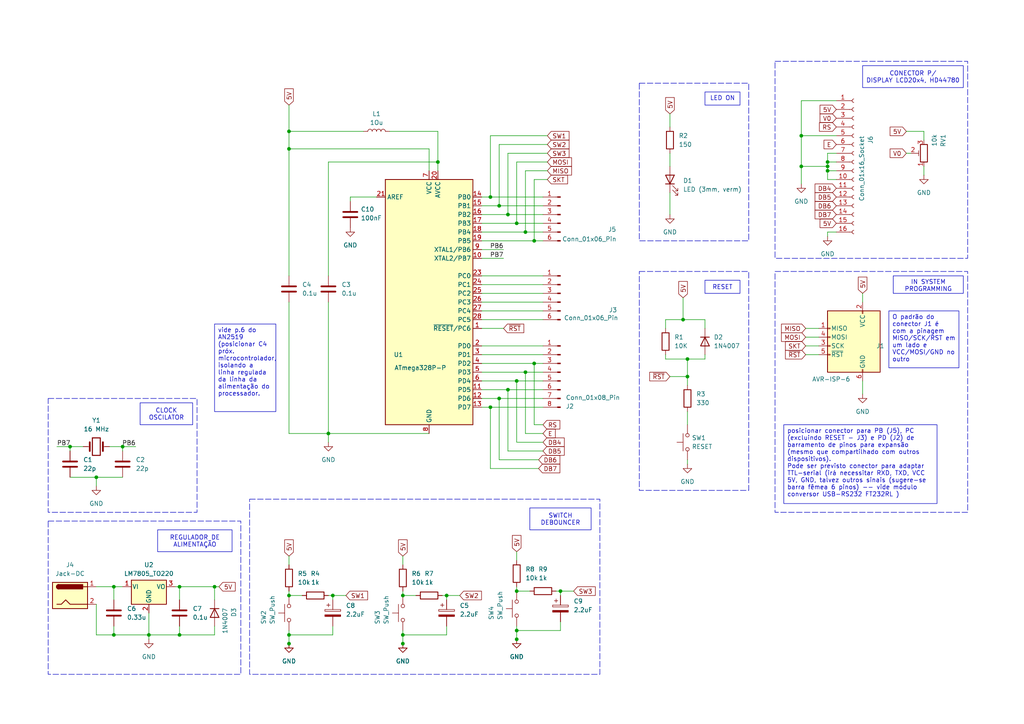
<source format=kicad_sch>
(kicad_sch (version 20231120) (generator "eeschema") (generator_version "8.0")
  (paper "A4")
  (title_block (title "Placa de desenvolvimento ATMEGA328P") (date "2024-10-02") (rev "02") (company "IFRS @Prof. Ricardo Balbinot") (comment 1 "LCD20x4, HD44780 em conector J6"))
  (lib_symbols
    (symbol "Connector:AVR-ISP-6" (pin_names (offset 1.016))
      (property "Reference" "J" (at -6.35 11.43 0))
      (property "Value" "AVR-ISP-6" (at 0 11.43 0))
      (symbol "AVR-ISP-6_0_1"
        (rectangle (start -2.667 -6.858) (end -2.413 -7.62))
        (rectangle (start -2.667 10.16) (end -2.413 9.398))
        (rectangle (start 7.62 -2.413) (end 6.858 -2.667))
        (rectangle (start 7.62 0.127) (end 6.858 -0.127))
        (rectangle (start 7.62 2.667) (end 6.858 2.413))
        (rectangle (start 7.62 5.207) (end 6.858 4.953))
        (rectangle (start 7.62 10.16) (end -7.62 -7.62) (stroke (width 0.254)) (fill (type background)))
      )
      (symbol "AVR-ISP-6_1_1"
        (pin passive line (at 10.16 5.08 180) (length 2.54) (name "MISO") (number "1"))
        (pin passive line (at -2.54 12.7 270) (length 2.54) (name "VCC") (number "2"))
        (pin passive line (at 10.16 0 180) (length 2.54) (name "SCK") (number "3"))
        (pin passive line (at 10.16 2.54 180) (length 2.54) (name "MOSI") (number "4"))
        (pin passive line (at 10.16 -2.54 180) (length 2.54) (name "~{RST}") (number "5"))
        (pin passive line (at -2.54 -10.16 90) (length 2.54) (name "GND") (number "6"))
      )
    )
    (symbol "Connector:Conn_01x06_Pin" (pin_names (offset 1.016) hide)
      (property "Reference" "J" (at 0 7.62 0))
      (property "Value" "Conn_01x06_Pin" (at 0 -10.16 0))
      (symbol "Conn_01x06_Pin_1_1"
        (polyline (pts (xy 1.27 -7.62) (xy 0.8636 -7.62)) (stroke (width 0.1524)))
        (polyline (pts (xy 1.27 -5.08) (xy 0.8636 -5.08)) (stroke (width 0.1524)))
        (polyline (pts (xy 1.27 -2.54) (xy 0.8636 -2.54)) (stroke (width 0.1524)))
        (polyline (pts (xy 1.27 0) (xy 0.8636 0)) (stroke (width 0.1524)))
        (polyline (pts (xy 1.27 2.54) (xy 0.8636 2.54)) (stroke (width 0.1524)))
        (polyline (pts (xy 1.27 5.08) (xy 0.8636 5.08)) (stroke (width 0.1524)))
        (rectangle (start 0.8636 -7.493) (end 0 -7.747) (stroke (width 0.1524)) (fill (type outline)))
        (rectangle (start 0.8636 -4.953) (end 0 -5.207) (stroke (width 0.1524)) (fill (type outline)))
        (rectangle (start 0.8636 -2.413) (end 0 -2.667) (stroke (width 0.1524)) (fill (type outline)))
        (rectangle (start 0.8636 0.127) (end 0 -0.127) (stroke (width 0.1524)) (fill (type outline)))
        (rectangle (start 0.8636 2.667) (end 0 2.413) (stroke (width 0.1524)) (fill (type outline)))
        (rectangle (start 0.8636 5.207) (end 0 4.953) (stroke (width 0.1524)) (fill (type outline)))
        (pin passive line (at 5.08 5.08 180) (length 3.81) (name "Pin_1") (number "1"))
        (pin passive line (at 5.08 2.54 180) (length 3.81) (name "Pin_2") (number "2"))
        (pin passive line (at 5.08 0 180) (length 3.81) (name "Pin_3") (number "3"))
        (pin passive line (at 5.08 -2.54 180) (length 3.81) (name "Pin_4") (number "4"))
        (pin passive line (at 5.08 -5.08 180) (length 3.81) (name "Pin_5") (number "5"))
        (pin passive line (at 5.08 -7.62 180) (length 3.81) (name "Pin_6") (number "6"))
      )
    )
    (symbol "Connector:Conn_01x08_Pin" (pin_names (offset 1.016) hide)
      (property "Reference" "J" (at 0 10.16 0))
      (property "Value" "Conn_01x08_Pin" (at 0 -12.7 0))
      (symbol "Conn_01x08_Pin_1_1"
        (polyline (pts (xy 1.27 -10.16) (xy 0.8636 -10.16)) (stroke (width 0.1524)))
        (polyline (pts (xy 1.27 -7.62) (xy 0.8636 -7.62)) (stroke (width 0.1524)))
        (polyline (pts (xy 1.27 -5.08) (xy 0.8636 -5.08)) (stroke (width 0.1524)))
        (polyline (pts (xy 1.27 -2.54) (xy 0.8636 -2.54)) (stroke (width 0.1524)))
        (polyline (pts (xy 1.27 0) (xy 0.8636 0)) (stroke (width 0.1524)))
        (polyline (pts (xy 1.27 2.54) (xy 0.8636 2.54)) (stroke (width 0.1524)))
        (polyline (pts (xy 1.27 5.08) (xy 0.8636 5.08)) (stroke (width 0.1524)))
        (polyline (pts (xy 1.27 7.62) (xy 0.8636 7.62)) (stroke (width 0.1524)))
        (rectangle (start 0.8636 -10.033) (end 0 -10.287) (stroke (width 0.1524)) (fill (type outline)))
        (rectangle (start 0.8636 -7.493) (end 0 -7.747) (stroke (width 0.1524)) (fill (type outline)))
        (rectangle (start 0.8636 -4.953) (end 0 -5.207) (stroke (width 0.1524)) (fill (type outline)))
        (rectangle (start 0.8636 -2.413) (end 0 -2.667) (stroke (width 0.1524)) (fill (type outline)))
        (rectangle (start 0.8636 0.127) (end 0 -0.127) (stroke (width 0.1524)) (fill (type outline)))
        (rectangle (start 0.8636 2.667) (end 0 2.413) (stroke (width 0.1524)) (fill (type outline)))
        (rectangle (start 0.8636 5.207) (end 0 4.953) (stroke (width 0.1524)) (fill (type outline)))
        (rectangle (start 0.8636 7.747) (end 0 7.493) (stroke (width 0.1524)) (fill (type outline)))
        (pin passive line (at 5.08 7.62 180) (length 3.81) (name "Pin_1") (number "1"))
        (pin passive line (at 5.08 5.08 180) (length 3.81) (name "Pin_2") (number "2"))
        (pin passive line (at 5.08 2.54 180) (length 3.81) (name "Pin_3") (number "3"))
        (pin passive line (at 5.08 0 180) (length 3.81) (name "Pin_4") (number "4"))
        (pin passive line (at 5.08 -2.54 180) (length 3.81) (name "Pin_5") (number "5"))
        (pin passive line (at 5.08 -5.08 180) (length 3.81) (name "Pin_6") (number "6"))
        (pin passive line (at 5.08 -7.62 180) (length 3.81) (name "Pin_7") (number "7"))
        (pin passive line (at 5.08 -10.16 180) (length 3.81) (name "Pin_8") (number "8"))
      )
    )
    (symbol "Connector:Conn_01x16_Socket" (pin_names (offset 1.016) hide)
      (property "Reference" "J" (at 0 20.32 0))
      (property "Value" "Conn_01x16_Socket" (at 0 -22.86 0))
      (symbol "Conn_01x16_Socket_1_1"
        (arc (start 0 -19.812) (mid -0.5058 -20.32) (end 0 -20.828) (stroke (width 0.1524)))
        (arc (start 0 -17.272) (mid -0.5058 -17.78) (end 0 -18.288) (stroke (width 0.1524)))
        (arc (start 0 -14.732) (mid -0.5058 -15.24) (end 0 -15.748) (stroke (width 0.1524)))
        (arc (start 0 -12.192) (mid -0.5058 -12.7) (end 0 -13.208) (stroke (width 0.1524)))
        (arc (start 0 -9.652) (mid -0.5058 -10.16) (end 0 -10.668) (stroke (width 0.1524)))
        (arc (start 0 -7.112) (mid -0.5058 -7.62) (end 0 -8.128) (stroke (width 0.1524)))
        (arc (start 0 -4.572) (mid -0.5058 -5.08) (end 0 -5.588) (stroke (width 0.1524)))
        (arc (start 0 -2.032) (mid -0.5058 -2.54) (end 0 -3.048) (stroke (width 0.1524)))
        (polyline (pts (xy -1.27 -20.32) (xy -0.508 -20.32)) (stroke (width 0.1524)))
        (polyline (pts (xy -1.27 -17.78) (xy -0.508 -17.78)) (stroke (width 0.1524)))
        (polyline (pts (xy -1.27 -15.24) (xy -0.508 -15.24)) (stroke (width 0.1524)))
        (polyline (pts (xy -1.27 -12.7) (xy -0.508 -12.7)) (stroke (width 0.1524)))
        (polyline (pts (xy -1.27 -10.16) (xy -0.508 -10.16)) (stroke (width 0.1524)))
        (polyline (pts (xy -1.27 -7.62) (xy -0.508 -7.62)) (stroke (width 0.1524)))
        (polyline (pts (xy -1.27 -5.08) (xy -0.508 -5.08)) (stroke (width 0.1524)))
        (polyline (pts (xy -1.27 -2.54) (xy -0.508 -2.54)) (stroke (width 0.1524)))
        (polyline (pts (xy -1.27 0) (xy -0.508 0)) (stroke (width 0.1524)))
        (polyline (pts (xy -1.27 2.54) (xy -0.508 2.54)) (stroke (width 0.1524)))
        (polyline (pts (xy -1.27 5.08) (xy -0.508 5.08)) (stroke (width 0.1524)))
        (polyline (pts (xy -1.27 7.62) (xy -0.508 7.62)) (stroke (width 0.1524)))
        (polyline (pts (xy -1.27 10.16) (xy -0.508 10.16)) (stroke (width 0.1524)))
        (polyline (pts (xy -1.27 12.7) (xy -0.508 12.7)) (stroke (width 0.1524)))
        (polyline (pts (xy -1.27 15.24) (xy -0.508 15.24)) (stroke (width 0.1524)))
        (polyline (pts (xy -1.27 17.78) (xy -0.508 17.78)) (stroke (width 0.1524)))
        (arc (start 0 0.508) (mid -0.5058 0) (end 0 -0.508) (stroke (width 0.1524)))
        (arc (start 0 3.048) (mid -0.5058 2.54) (end 0 2.032) (stroke (width 0.1524)))
        (arc (start 0 5.588) (mid -0.5058 5.08) (end 0 4.572) (stroke (width 0.1524)))
        (arc (start 0 8.128) (mid -0.5058 7.62) (end 0 7.112) (stroke (width 0.1524)))
        (arc (start 0 10.668) (mid -0.5058 10.16) (end 0 9.652) (stroke (width 0.1524)))
        (arc (start 0 13.208) (mid -0.5058 12.7) (end 0 12.192) (stroke (width 0.1524)))
        (arc (start 0 15.748) (mid -0.5058 15.24) (end 0 14.732) (stroke (width 0.1524)))
        (arc (start 0 18.288) (mid -0.5058 17.78) (end 0 17.272) (stroke (width 0.1524)))
        (pin passive line (at -5.08 17.78 0) (length 3.81) (name "Pin_1") (number "1"))
        (pin passive line (at -5.08 -5.08 0) (length 3.81) (name "Pin_10") (number "10"))
        (pin passive line (at -5.08 -7.62 0) (length 3.81) (name "Pin_11") (number "11"))
        (pin passive line (at -5.08 -10.16 0) (length 3.81) (name "Pin_12") (number "12"))
        (pin passive line (at -5.08 -12.7 0) (length 3.81) (name "Pin_13") (number "13"))
        (pin passive line (at -5.08 -15.24 0) (length 3.81) (name "Pin_14") (number "14"))
        (pin passive line (at -5.08 -17.78 0) (length 3.81) (name "Pin_15") (number "15"))
        (pin passive line (at -5.08 -20.32 0) (length 3.81) (name "Pin_16") (number "16"))
        (pin passive line (at -5.08 15.24 0) (length 3.81) (name "Pin_2") (number "2"))
        (pin passive line (at -5.08 12.7 0) (length 3.81) (name "Pin_3") (number "3"))
        (pin passive line (at -5.08 10.16 0) (length 3.81) (name "Pin_4") (number "4"))
        (pin passive line (at -5.08 7.62 0) (length 3.81) (name "Pin_5") (number "5"))
        (pin passive line (at -5.08 5.08 0) (length 3.81) (name "Pin_6") (number "6"))
        (pin passive line (at -5.08 2.54 0) (length 3.81) (name "Pin_7") (number "7"))
        (pin passive line (at -5.08 0 0) (length 3.81) (name "Pin_8") (number "8"))
        (pin passive line (at -5.08 -2.54 0) (length 3.81) (name "Pin_9") (number "9"))
      )
    )
    (symbol "Connector:Jack-DC" (pin_names (offset 1.016))
      (property "Reference" "J4" (at 0 8.89 0))
      (property "Value" "Jack-DC" (at 0 6.35 0))
      (symbol "Jack-DC_0_1"
        (rectangle (start -5.08 3.81) (end 5.08 -3.81) (stroke (width 0.254)) (fill (type background)))
        (arc (start -3.302 3.175) (mid -3.9343 2.54) (end -3.302 1.905) (stroke (width 0.254)))
        (arc (start -3.302 3.175) (mid -3.9343 2.54) (end -3.302 1.905) (stroke (width 0.254)) (fill (type outline)))
        (polyline (pts (xy 5.08 2.54) (xy 3.81 2.54)) (stroke (width 0.254)))
        (polyline (pts (xy -3.81 -2.54) (xy -2.54 -2.54) (xy -1.27 -1.27) (xy 0 -2.54) (xy 2.54 -2.54) (xy 5.08 -2.54)) (stroke (width 0.254)))
        (rectangle (start 3.683 3.175) (end -3.302 1.905) (stroke (width 0.254)) (fill (type outline)))
      )
      (symbol "Jack-DC_1_1"
        (pin power_out line (at 7.62 2.54 180) (length 2.54) (name "~") (number "1"))
        (pin power_in line (at 7.62 -2.54 180) (length 2.54) (name "~") (number "2"))
      )
    )
    (symbol "Device:C" (pin_numbers hide) (pin_names (offset 0.254))
      (property "Reference" "C" (at 0.635 2.54 0))
      (property "Value" "C" (at 0.635 -2.54 0))
      (symbol "C_0_1"
        (polyline (pts (xy -2.032 -0.762) (xy 2.032 -0.762)) (stroke (width 0.508)))
        (polyline (pts (xy -2.032 0.762) (xy 2.032 0.762)) (stroke (width 0.508)))
      )
      (symbol "C_1_1"
        (pin passive line (at 0 3.81 270) (length 2.794) (name "~") (number "1"))
        (pin passive line (at 0 -3.81 90) (length 2.794) (name "~") (number "2"))
      )
    )
    (symbol "Device:C_Polarized" (pin_numbers hide) (pin_names (offset 0.254))
      (property "Reference" "C" (at 0.635 2.54 0))
      (property "Value" "C_Polarized" (at 0.635 -2.54 0))
      (symbol "C_Polarized_0_1"
        (rectangle (start -2.286 0.508) (end 2.286 1.016))
        (polyline (pts (xy -1.778 2.286) (xy -0.762 2.286)))
        (polyline (pts (xy -1.27 2.794) (xy -1.27 1.778)))
        (rectangle (start 2.286 -0.508) (end -2.286 -1.016) (fill (type outline)))
      )
      (symbol "C_Polarized_1_1"
        (pin passive line (at 0 3.81 270) (length 2.794) (name "~") (number "1"))
        (pin passive line (at 0 -3.81 90) (length 2.794) (name "~") (number "2"))
      )
    )
    (symbol "Device:Crystal" (pin_numbers hide) (pin_names (offset 1.016) hide)
      (property "Reference" "Y" (at 0 3.81 0))
      (property "Value" "Crystal" (at 0 -3.81 0))
      (symbol "Crystal_0_1"
        (rectangle (start -1.143 2.54) (end 1.143 -2.54) (stroke (width 0.3048)))
        (polyline (pts (xy -2.54 0) (xy -1.905 0)))
        (polyline (pts (xy -1.905 -1.27) (xy -1.905 1.27)) (stroke (width 0.508)))
        (polyline (pts (xy 1.905 -1.27) (xy 1.905 1.27)) (stroke (width 0.508)))
        (polyline (pts (xy 2.54 0) (xy 1.905 0)))
      )
      (symbol "Crystal_1_1"
        (pin passive line (at -3.81 0 0) (length 1.27) (name "1") (number "1"))
        (pin passive line (at 3.81 0 180) (length 1.27) (name "2") (number "2"))
      )
    )
    (symbol "Device:L" (pin_numbers hide) (pin_names (offset 1.016) hide)
      (property "Reference" "L" (at -1.27 0 90))
      (property "Value" "L" (at 1.905 0 90))
      (symbol "L_0_1"
        (arc (start 0 -2.54) (mid 0.6323 -1.905) (end 0 -1.27))
        (arc (start 0 -1.27) (mid 0.6323 -0.635) (end 0 0))
        (arc (start 0 0) (mid 0.6323 0.635) (end 0 1.27))
        (arc (start 0 1.27) (mid 0.6323 1.905) (end 0 2.54))
      )
      (symbol "L_1_1"
        (pin passive line (at 0 3.81 270) (length 1.27) (name "1") (number "1"))
        (pin passive line (at 0 -3.81 90) (length 1.27) (name "2") (number "2"))
      )
    )
    (symbol "Device:LED" (pin_numbers hide) (pin_names (offset 1.016) hide)
      (property "Reference" "D" (at 0 2.54 0))
      (property "Value" "LED" (at 0 -2.54 0))
      (symbol "LED_0_1"
        (polyline (pts (xy -1.27 -1.27) (xy -1.27 1.27)) (stroke (width 0.254)))
        (polyline (pts (xy -1.27 0) (xy 1.27 0)))
        (polyline (pts (xy 1.27 -1.27) (xy 1.27 1.27) (xy -1.27 0) (xy 1.27 -1.27)) (stroke (width 0.254)))
        (polyline (pts (xy -3.048 -0.762) (xy -4.572 -2.286) (xy -3.81 -2.286) (xy -4.572 -2.286) (xy -4.572 -1.524)))
        (polyline (pts (xy -1.778 -0.762) (xy -3.302 -2.286) (xy -2.54 -2.286) (xy -3.302 -2.286) (xy -3.302 -1.524)))
      )
      (symbol "LED_1_1"
        (pin passive line (at -3.81 0 0) (length 2.54) (name "K") (number "1"))
        (pin passive line (at 3.81 0 180) (length 2.54) (name "A") (number "2"))
      )
    )
    (symbol "Device:R" (pin_numbers hide) (pin_names (offset 0))
      (property "Reference" "R" (at 2.032 0 90))
      (property "Value" "R" (at 0 0 90))
      (symbol "R_0_1"
        (rectangle (start -1.016 -2.54) (end 1.016 2.54) (stroke (width 0.254)))
      )
      (symbol "R_1_1"
        (pin passive line (at 0 3.81 270) (length 1.27) (name "~") (number "1"))
        (pin passive line (at 0 -3.81 90) (length 1.27) (name "~") (number "2"))
      )
    )
    (symbol "Device:R_Potentiometer_Trim" (pin_names (offset 1.016) hide)
      (property "Reference" "RV" (at -4.445 0 90))
      (property "Value" "R_Potentiometer_Trim" (at -2.54 0 90))
      (symbol "R_Potentiometer_Trim_0_1"
        (polyline (pts (xy 1.524 0.762) (xy 1.524 -0.762)))
        (polyline (pts (xy 2.54 0) (xy 1.524 0)))
        (rectangle (start 1.016 2.54) (end -1.016 -2.54) (stroke (width 0.254)))
      )
      (symbol "R_Potentiometer_Trim_1_1"
        (pin passive line (at 0 3.81 270) (length 1.27) (name "1") (number "1"))
        (pin passive line (at 3.81 0 180) (length 1.27) (name "2") (number "2"))
        (pin passive line (at 0 -3.81 90) (length 1.27) (name "3") (number "3"))
      )
    )
    (symbol "Diode:1N4007" (pin_numbers hide) (pin_names hide)
      (property "Reference" "D" (at 0 2.54 0))
      (property "Value" "1N4007" (at 0 -2.54 0))
      (symbol "1N4007_0_1"
        (polyline (pts (xy -1.27 1.27) (xy -1.27 -1.27)) (stroke (width 0.254)))
        (polyline (pts (xy 1.27 0) (xy -1.27 0)))
        (polyline (pts (xy 1.27 1.27) (xy 1.27 -1.27) (xy -1.27 0) (xy 1.27 1.27)) (stroke (width 0.254)))
      )
      (symbol "1N4007_1_1"
        (pin passive line (at -3.81 0 0) (length 2.54) (name "K") (number "1"))
        (pin passive line (at 3.81 0 180) (length 2.54) (name "A") (number "2"))
      )
    )
    (symbol "GND_1" (power) (pin_numbers hide) (pin_names (offset 0) hide)
      (property "Value" "GND" (at 0 -3.81 0))
      (symbol "GND_1_0_1"
        (polyline (pts (xy 0 0) (xy 0 -1.27) (xy 1.27 -1.27) (xy 0 -2.54) (xy -1.27 -1.27) (xy 0 -1.27)))
      )
      (symbol "GND_1_1_1"
        (pin power_in line (at 0 0 270) (length 0) (name "~") (number "1"))
      )
    )
    (symbol "GND_2" (power) (pin_numbers hide) (pin_names (offset 0) hide)
      (property "Value" "GND" (at 0 -3.81 0))
      (symbol "GND_2_0_1"
        (polyline (pts (xy 0 0) (xy 0 -1.27) (xy 1.27 -1.27) (xy 0 -2.54) (xy -1.27 -1.27) (xy 0 -1.27)))
      )
      (symbol "GND_2_1_1"
        (pin power_in line (at 0 0 270) (length 0) (name "~") (number "1"))
      )
    )
    (symbol "GND_3" (power) (pin_numbers hide) (pin_names (offset 0) hide)
      (property "Value" "GND" (at 0 -3.81 0))
      (symbol "GND_3_0_1"
        (polyline (pts (xy 0 0) (xy 0 -1.27) (xy 1.27 -1.27) (xy 0 -2.54) (xy -1.27 -1.27) (xy 0 -1.27)))
      )
      (symbol "GND_3_1_1"
        (pin power_in line (at 0 0 270) (length 0) (name "~") (number "1"))
      )
    )
    (symbol "GND_4" (power) (pin_numbers hide) (pin_names (offset 0) hide)
      (property "Value" "GND" (at 0 -3.81 0))
      (symbol "GND_4_0_1"
        (polyline (pts (xy 0 0) (xy 0 -1.27) (xy 1.27 -1.27) (xy 0 -2.54) (xy -1.27 -1.27) (xy 0 -1.27)))
      )
      (symbol "GND_4_1_1"
        (pin power_in line (at 0 0 270) (length 0) (name "~") (number "1"))
      )
    )
    (symbol "MCU_Microchip_ATmega:ATmega328P-P"
      (property "Reference" "U" (at -12.7 36.83 0))
      (property "Value" "ATmega328P-P" (at 2.54 -36.83 0))
      (symbol "ATmega328P-P_0_1"
        (rectangle (start -12.7 -35.56) (end 12.7 35.56) (stroke (width 0.254)) (fill (type background)))
      )
      (symbol "ATmega328P-P_1_1"
        (pin bidirectional line (at 15.24 -7.62 180) (length 2.54) (name "~{RESET}/PC6") (number "1"))
        (pin bidirectional line (at 15.24 12.7 180) (length 2.54) (name "XTAL2/PB7") (number "10"))
        (pin bidirectional line (at 15.24 -25.4 180) (length 2.54) (name "PD5") (number "11"))
        (pin bidirectional line (at 15.24 -27.94 180) (length 2.54) (name "PD6") (number "12"))
        (pin bidirectional line (at 15.24 -30.48 180) (length 2.54) (name "PD7") (number "13"))
        (pin bidirectional line (at 15.24 30.48 180) (length 2.54) (name "PB0") (number "14"))
        (pin bidirectional line (at 15.24 27.94 180) (length 2.54) (name "PB1") (number "15"))
        (pin bidirectional line (at 15.24 25.4 180) (length 2.54) (name "PB2") (number "16"))
        (pin bidirectional line (at 15.24 22.86 180) (length 2.54) (name "PB3") (number "17"))
        (pin bidirectional line (at 15.24 20.32 180) (length 2.54) (name "PB4") (number "18"))
        (pin bidirectional line (at 15.24 17.78 180) (length 2.54) (name "PB5") (number "19"))
        (pin bidirectional line (at 15.24 -12.7 180) (length 2.54) (name "PD0") (number "2"))
        (pin power_in line (at 2.54 38.1 270) (length 2.54) (name "AVCC") (number "20"))
        (pin passive line (at -15.24 30.48 0) (length 2.54) (name "AREF") (number "21"))
        (pin passive line (at 0 -38.1 90) (length 2.54) hide (name "GND") (number "22"))
        (pin bidirectional line (at 15.24 7.62 180) (length 2.54) (name "PC0") (number "23"))
        (pin bidirectional line (at 15.24 5.08 180) (length 2.54) (name "PC1") (number "24"))
        (pin bidirectional line (at 15.24 2.54 180) (length 2.54) (name "PC2") (number "25"))
        (pin bidirectional line (at 15.24 0 180) (length 2.54) (name "PC3") (number "26"))
        (pin bidirectional line (at 15.24 -2.54 180) (length 2.54) (name "PC4") (number "27"))
        (pin bidirectional line (at 15.24 -5.08 180) (length 2.54) (name "PC5") (number "28"))
        (pin bidirectional line (at 15.24 -15.24 180) (length 2.54) (name "PD1") (number "3"))
        (pin bidirectional line (at 15.24 -17.78 180) (length 2.54) (name "PD2") (number "4"))
        (pin bidirectional line (at 15.24 -20.32 180) (length 2.54) (name "PD3") (number "5"))
        (pin bidirectional line (at 15.24 -22.86 180) (length 2.54) (name "PD4") (number "6"))
        (pin power_in line (at 0 38.1 270) (length 2.54) (name "VCC") (number "7"))
        (pin power_in line (at 0 -38.1 90) (length 2.54) (name "GND") (number "8"))
        (pin bidirectional line (at 15.24 15.24 180) (length 2.54) (name "XTAL1/PB6") (number "9"))
      )
    )
    (symbol "Regulator_Linear:LM7805_TO220" (pin_names (offset 0.254))
      (property "Reference" "U" (at -3.81 3.175 0))
      (property "Value" "LM7805_TO220" (at 0 3.175 0))
      (symbol "LM7805_TO220_0_1"
        (rectangle (start -5.08 1.905) (end 5.08 -5.08) (stroke (width 0.254)) (fill (type background)))
      )
      (symbol "LM7805_TO220_1_1"
        (pin power_in line (at -7.62 0 0) (length 2.54) (name "VI") (number "1"))
        (pin power_in line (at 0 -7.62 90) (length 2.54) (name "GND") (number "2"))
        (pin power_out line (at 7.62 0 180) (length 2.54) (name "VO") (number "3"))
      )
    )
    (symbol "Switch:SW_Push" (pin_numbers hide) (pin_names (offset 1.016) hide)
      (property "Reference" "SW" (at 1.27 2.54 0))
      (property "Value" "SW_Push" (at 0 -1.524 0))
      (symbol "SW_Push_0_1"
        (circle (center -2.032 0) (radius 0.508))
        (polyline (pts (xy 0 1.27) (xy 0 3.048)))
        (polyline (pts (xy 2.54 1.27) (xy -2.54 1.27)))
        (circle (center 2.032 0) (radius 0.508))
        (pin passive line (at -5.08 0 0) (length 2.54) (name "1") (number "1"))
        (pin passive line (at 5.08 0 180) (length 2.54) (name "2") (number "2"))
      )
    )
    (symbol "power:GND" (power) (pin_names (offset 0))
      (property "Value" "GND" (at 0 -3.81 0))
      (symbol "GND_0_1"
        (polyline (pts (xy 0 0) (xy 0 -1.27) (xy 1.27 -1.27) (xy 0 -2.54) (xy -1.27 -1.27) (xy 0 -1.27)))
      )
      (symbol "GND_1_1"
        (pin power_in line (at 0 0 270) (length 0) hide (name "GND") (number "1"))
      )
    )
  )
  (junction (at 149.86 171.45))
  (junction (at 27.94 138.43))
  (junction (at 83.82 186.69))
  (junction (at 62.23 170.18))
  (junction (at 149.86 64.77))
  (junction (at 154.94 69.85))
  (junction (at 83.82 172.72))
  (junction (at 33.02 170.18))
  (junction (at 142.24 57.15))
  (junction (at 152.4 107.95))
  (junction (at 152.4 67.31))
  (junction (at 83.82 184.15))
  (junction (at 199.39 104.14))
  (junction (at 83.82 43.18))
  (junction (at 33.02 184.15))
  (junction (at 232.41 48.26))
  (junction (at 144.78 115.57))
  (junction (at 147.32 113.03))
  (junction (at 127 46.99))
  (junction (at 240.03 48.26))
  (junction (at 116.84 172.72))
  (junction (at 147.32 62.23))
  (junction (at 240.03 46.99))
  (junction (at 240.03 49.53))
  (junction (at 149.86 182.88))
  (junction (at 35.56 129.54))
  (junction (at 96.52 172.72))
  (junction (at 144.78 59.69))
  (junction (at 52.07 184.15))
  (junction (at 149.86 185.42))
  (junction (at 52.07 170.18))
  (junction (at 129.54 172.72))
  (junction (at 116.84 186.69))
  (junction (at 83.82 38.1))
  (junction (at 162.56 171.45))
  (junction (at 232.41 39.37))
  (junction (at 142.24 118.11))
  (junction (at 198.12 92.71))
  (junction (at 116.84 184.15))
  (junction (at 149.86 110.49))
  (junction (at 20.32 129.54))
  (junction (at 154.94 105.41))
  (junction (at 199.39 109.22))
  (junction (at 43.18 184.15))
  (junction (at 95.25 125.73))
  (wire (pts (xy 149.86 181.61) (xy 149.86 182.88)))
  (wire (pts (xy 161.29 171.45) (xy 162.56 171.45)))
  (wire (pts (xy 52.07 170.18) (xy 52.07 173.99)))
  (wire (pts (xy 139.7 113.03) (xy 147.32 113.03)))
  (wire (pts (xy 232.41 29.21) (xy 242.57 29.21)))
  (wire (pts (xy 149.86 170.18) (xy 149.86 171.45)))
  (wire (pts (xy 27.94 138.43) (xy 35.56 138.43)))
  (wire (pts (xy 31.75 129.54) (xy 35.56 129.54)))
  (wire (pts (xy 139.7 82.55) (xy 157.48 82.55)))
  (wire (pts (xy 162.56 172.72) (xy 162.56 171.45)))
  (wire (pts (xy 139.7 105.41) (xy 154.94 105.41)))
  (wire (pts (xy 139.7 95.25) (xy 146.05 95.25)))
  (wire (pts (xy 149.86 46.99) (xy 149.86 64.77)))
  (wire (pts (xy 96.52 172.72) (xy 100.33 172.72)))
  (wire (pts (xy 95.25 46.99) (xy 127 46.99)))
  (wire (pts (xy 142.24 118.11) (xy 157.48 118.11)))
  (wire (pts (xy 149.86 160.02) (xy 149.86 162.56)))
  (wire (pts (xy 204.47 95.25) (xy 204.47 92.71)))
  (wire (pts (xy 139.7 67.31) (xy 152.4 67.31)))
  (wire (pts (xy 240.03 49.53) (xy 242.57 49.53)))
  (wire (pts (xy 27.94 184.15) (xy 27.94 175.26)))
  (wire (pts (xy 20.32 129.54) (xy 24.13 129.54)))
  (wire (pts (xy 39.37 129.54) (xy 35.56 129.54)))
  (wire (pts (xy 83.82 38.1) (xy 83.82 43.18)))
  (wire (pts (xy 127 46.99) (xy 127 49.53)))
  (wire (pts (xy 139.7 110.49) (xy 149.86 110.49)))
  (wire (pts (xy 198.12 92.71) (xy 204.47 92.71)))
  (wire (pts (xy 139.7 115.57) (xy 144.78 115.57)))
  (wire (pts (xy 62.23 170.18) (xy 63.5 170.18)))
  (wire (pts (xy 147.32 44.45) (xy 147.32 62.23)))
  (wire (pts (xy 50.8 170.18) (xy 52.07 170.18)))
  (wire (pts (xy 83.82 184.15) (xy 96.52 184.15)))
  (wire (pts (xy 240.03 67.31) (xy 242.57 67.31)))
  (wire (pts (xy 154.94 123.19) (xy 157.48 123.19)))
  (wire (pts (xy 27.94 170.18) (xy 33.02 170.18)))
  (wire (pts (xy 139.7 64.77) (xy 149.86 64.77)))
  (wire (pts (xy 52.07 184.15) (xy 62.23 184.15)))
  (wire (pts (xy 232.41 29.21) (xy 232.41 39.37)))
  (wire (pts (xy 262.89 44.45) (xy 264.16 44.45)))
  (wire (pts (xy 83.82 38.1) (xy 105.41 38.1)))
  (wire (pts (xy 193.04 95.25) (xy 193.04 92.71)))
  (wire (pts (xy 33.02 170.18) (xy 33.02 173.99)))
  (wire (pts (xy 233.68 102.87) (xy 237.49 102.87)))
  (wire (pts (xy 267.97 48.26) (xy 267.97 50.8)))
  (wire (pts (xy 240.03 68.58) (xy 240.03 67.31)))
  (wire (pts (xy 33.02 181.61) (xy 33.02 184.15)))
  (wire (pts (xy 95.25 125.73) (xy 124.46 125.73)))
  (wire (pts (xy 152.4 49.53) (xy 158.75 49.53)))
  (wire (pts (xy 144.78 133.35) (xy 144.78 115.57)))
  (wire (pts (xy 129.54 172.72) (xy 133.35 172.72)))
  (wire (pts (xy 62.23 170.18) (xy 62.23 173.99)))
  (wire (pts (xy 139.7 74.93) (xy 146.05 74.93)))
  (wire (pts (xy 144.78 115.57) (xy 157.48 115.57)))
  (wire (pts (xy 152.4 125.73) (xy 157.48 125.73)))
  (wire (pts (xy 152.4 107.95) (xy 157.48 107.95)))
  (wire (pts (xy 204.47 102.87) (xy 204.47 104.14)))
  (wire (pts (xy 144.78 41.91) (xy 158.75 41.91)))
  (wire (pts (xy 139.7 100.33) (xy 157.48 100.33)))
  (wire (pts (xy 95.25 80.01) (xy 95.25 46.99)))
  (wire (pts (xy 152.4 49.53) (xy 152.4 67.31)))
  (wire (pts (xy 232.41 48.26) (xy 240.03 48.26)))
  (wire (pts (xy 193.04 102.87) (xy 193.04 104.14)))
  (wire (pts (xy 116.84 171.45) (xy 116.84 172.72)))
  (wire (pts (xy 124.46 43.18) (xy 124.46 49.53)))
  (wire (pts (xy 240.03 48.26) (xy 240.03 49.53)))
  (wire (pts (xy 139.7 80.01) (xy 157.48 80.01)))
  (wire (pts (xy 83.82 43.18) (xy 83.82 80.01)))
  (wire (pts (xy 242.57 46.99) (xy 240.03 46.99)))
  (wire (pts (xy 194.31 55.88) (xy 194.31 62.23)))
  (wire (pts (xy 116.84 182.88) (xy 116.84 184.15)))
  (wire (pts (xy 237.49 100.33) (xy 233.68 100.33)))
  (wire (pts (xy 96.52 173.99) (xy 96.52 172.72)))
  (wire (pts (xy 101.6 57.15) (xy 109.22 57.15)))
  (wire (pts (xy 267.97 38.1) (xy 262.89 38.1)))
  (wire (pts (xy 52.07 181.61) (xy 52.07 184.15)))
  (wire (pts (xy 237.49 95.25) (xy 233.68 95.25)))
  (wire (pts (xy 116.84 184.15) (xy 129.54 184.15)))
  (wire (pts (xy 194.31 33.02) (xy 194.31 36.83)))
  (wire (pts (xy 147.32 113.03) (xy 147.32 130.81)))
  (wire (pts (xy 139.7 92.71) (xy 157.48 92.71)))
  (wire (pts (xy 240.03 46.99) (xy 240.03 48.26)))
  (wire (pts (xy 152.4 67.31) (xy 157.48 67.31)))
  (wire (pts (xy 237.49 97.79) (xy 233.68 97.79)))
  (wire (pts (xy 147.32 130.81) (xy 157.48 130.81)))
  (wire (pts (xy 154.94 105.41) (xy 157.48 105.41)))
  (wire (pts (xy 232.41 39.37) (xy 232.41 48.26)))
  (wire (pts (xy 83.82 172.72) (xy 87.63 172.72)))
  (wire (pts (xy 142.24 135.89) (xy 142.24 118.11)))
  (wire (pts (xy 139.7 72.39) (xy 146.05 72.39)))
  (wire (pts (xy 95.25 87.63) (xy 95.25 125.73)))
  (wire (pts (xy 199.39 104.14) (xy 199.39 109.22)))
  (wire (pts (xy 16.51 129.54) (xy 20.32 129.54)))
  (wire (pts (xy 144.78 41.91) (xy 144.78 59.69)))
  (wire (pts (xy 144.78 133.35) (xy 156.21 133.35)))
  (wire (pts (xy 43.18 184.15) (xy 43.18 185.42)))
  (wire (pts (xy 33.02 184.15) (xy 27.94 184.15)))
  (wire (pts (xy 194.31 109.22) (xy 199.39 109.22)))
  (wire (pts (xy 83.82 30.48) (xy 83.82 38.1)))
  (wire (pts (xy 20.32 129.54) (xy 20.32 130.81)))
  (wire (pts (xy 250.19 114.3) (xy 250.19 110.49)))
  (wire (pts (xy 152.4 125.73) (xy 152.4 107.95)))
  (wire (pts (xy 240.03 49.53) (xy 240.03 52.07)))
  (wire (pts (xy 154.94 52.07) (xy 158.75 52.07)))
  (wire (pts (xy 149.86 128.27) (xy 157.48 128.27)))
  (wire (pts (xy 154.94 69.85) (xy 157.48 69.85)))
  (wire (pts (xy 96.52 184.15) (xy 96.52 181.61)))
  (wire (pts (xy 62.23 181.61) (xy 62.23 184.15)))
  (wire (pts (xy 142.24 57.15) (xy 157.48 57.15)))
  (wire (pts (xy 139.7 107.95) (xy 152.4 107.95)))
  (wire (pts (xy 83.82 182.88) (xy 83.82 184.15)))
  (wire (pts (xy 83.82 43.18) (xy 124.46 43.18)))
  (wire (pts (xy 83.82 125.73) (xy 95.25 125.73)))
  (wire (pts (xy 43.18 177.8) (xy 43.18 184.15)))
  (wire (pts (xy 127 38.1) (xy 127 46.99)))
  (wire (pts (xy 139.7 69.85) (xy 154.94 69.85)))
  (wire (pts (xy 116.84 161.29) (xy 116.84 163.83)))
  (wire (pts (xy 149.86 46.99) (xy 158.75 46.99)))
  (wire (pts (xy 142.24 39.37) (xy 142.24 57.15)))
  (wire (pts (xy 142.24 135.89) (xy 156.21 135.89)))
  (wire (pts (xy 194.31 44.45) (xy 194.31 48.26)))
  (wire (pts (xy 193.04 92.71) (xy 198.12 92.71)))
  (wire (pts (xy 116.84 172.72) (xy 120.65 172.72)))
  (wire (pts (xy 139.7 85.09) (xy 157.48 85.09)))
  (wire (pts (xy 149.86 64.77) (xy 157.48 64.77)))
  (wire (pts (xy 144.78 59.69) (xy 157.48 59.69)))
  (wire (pts (xy 154.94 52.07) (xy 154.94 69.85)))
  (wire (pts (xy 35.56 129.54) (xy 35.56 130.81)))
  (wire (pts (xy 83.82 171.45) (xy 83.82 172.72)))
  (wire (pts (xy 149.86 171.45) (xy 153.67 171.45)))
  (wire (pts (xy 240.03 44.45) (xy 242.57 44.45)))
  (wire (pts (xy 139.7 118.11) (xy 142.24 118.11)))
  (wire (pts (xy 95.25 125.73) (xy 95.25 128.27)))
  (wire (pts (xy 267.97 38.1) (xy 267.97 40.64)))
  (wire (pts (xy 147.32 44.45) (xy 158.75 44.45)))
  (wire (pts (xy 43.18 184.15) (xy 52.07 184.15)))
  (wire (pts (xy 232.41 53.34) (xy 232.41 48.26)))
  (wire (pts (xy 193.04 104.14) (xy 199.39 104.14)))
  (wire (pts (xy 33.02 184.15) (xy 43.18 184.15)))
  (wire (pts (xy 147.32 113.03) (xy 157.48 113.03)))
  (wire (pts (xy 240.03 44.45) (xy 240.03 46.99)))
  (wire (pts (xy 116.84 184.15) (xy 116.84 186.69)))
  (wire (pts (xy 162.56 182.88) (xy 162.56 180.34)))
  (wire (pts (xy 149.86 110.49) (xy 157.48 110.49)))
  (wire (pts (xy 158.75 39.37) (xy 142.24 39.37)))
  (wire (pts (xy 149.86 182.88) (xy 162.56 182.88)))
  (wire (pts (xy 95.25 172.72) (xy 96.52 172.72)))
  (wire (pts (xy 149.86 128.27) (xy 149.86 110.49)))
  (wire (pts (xy 35.56 170.18) (xy 33.02 170.18)))
  (wire (pts (xy 101.6 57.15) (xy 101.6 58.42)))
  (wire (pts (xy 139.7 102.87) (xy 157.48 102.87)))
  (wire (pts (xy 139.7 62.23) (xy 147.32 62.23)))
  (wire (pts (xy 20.32 138.43) (xy 27.94 138.43)))
  (wire (pts (xy 232.41 39.37) (xy 242.57 39.37)))
  (wire (pts (xy 147.32 62.23) (xy 157.48 62.23)))
  (wire (pts (xy 198.12 86.36) (xy 198.12 92.71)))
  (wire (pts (xy 139.7 57.15) (xy 142.24 57.15)))
  (wire (pts (xy 113.03 38.1) (xy 127 38.1)))
  (wire (pts (xy 199.39 119.38) (xy 199.39 123.19)))
  (wire (pts (xy 128.27 172.72) (xy 129.54 172.72)))
  (wire (pts (xy 242.57 52.07) (xy 240.03 52.07)))
  (wire (pts (xy 139.7 59.69) (xy 144.78 59.69)))
  (wire (pts (xy 199.39 109.22) (xy 199.39 111.76)))
  (wire (pts (xy 199.39 133.35) (xy 199.39 134.62)))
  (wire (pts (xy 149.86 182.88) (xy 149.86 185.42)))
  (wire (pts (xy 83.82 161.29) (xy 83.82 163.83)))
  (wire (pts (xy 154.94 123.19) (xy 154.94 105.41)))
  (wire (pts (xy 199.39 104.14) (xy 204.47 104.14)))
  (wire (pts (xy 139.7 90.17) (xy 157.48 90.17)))
  (wire (pts (xy 250.19 85.09) (xy 250.19 87.63)))
  (wire (pts (xy 129.54 173.99) (xy 129.54 172.72)))
  (wire (pts (xy 162.56 171.45) (xy 166.37 171.45)))
  (wire (pts (xy 139.7 87.63) (xy 157.48 87.63)))
  (wire (pts (xy 83.82 87.63) (xy 83.82 125.73)))
  (wire (pts (xy 129.54 184.15) (xy 129.54 181.61)))
  (wire (pts (xy 83.82 184.15) (xy 83.82 186.69)))
  (wire (pts (xy 52.07 170.18) (xy 62.23 170.18)))
  (wire (pts (xy 27.94 138.43) (xy 27.94 140.97)))
  (rectangle (start 13.97 115.57) (end 57.15 148.59) (stroke (width 0) (type dash)))
  (rectangle (start 224.79 78.74) (end 280.67 148.59) (stroke (width 0) (type dash)))
  (rectangle (start 13.97 151.13) (end 69.85 195.58) (stroke (width 0) (type dash)))
  (rectangle (start 72.39 144.78) (end 173.99 195.58) (stroke (width 0) (type dash)))
  (rectangle (start 185.42 24.13) (end 217.17 69.85) (stroke (width 0) (type dash)))
  (rectangle (start 224.79 17.78) (end 280.67 74.93) (stroke (width 0) (type dash)))
  (rectangle (start 185.42 78.74) (end 217.17 142.24) (stroke (width 0) (type dash)))
  (text_box "O padrão do conector J1 é com a pinagem MISO/SCK/RST em um lado e VCC/MOSI/GND no outro" (at 257.81 90.17 0) (size 20.32 16.51) (effects (font (size 1.27 1.27)) (justify left top)))
  (text_box "CLOCK OSCILATOR\n\n" (at 40.64 116.84 0) (size 15.24 6.35) (effects (font (size 1.27 1.27))))
  (text_box "IN SYSTEM\nPROGRAMMING" (at 259.08 80.01 0) (size 20.32 5.08) (effects (font (size 1.27 1.27)) (justify top)))
  (text_box "posicionar conector para PB (J5), PC (excluindo RESET - J3) e PD (J2) de barramento de pinos para expansão (mesmo que compartilhado com outros dispositivos). \nPode ser previsto conector para adaptar TTL-serial (irá necessitar RXD, TXD, VCC 5V, GND, talvez outros sinais (sugere-se barra fêmea 6 pinos) -- vide módulo conversor USB-RS232 FT232RL ) " (at 227.33 123.19 0) (size 44.45 22.86) (effects (font (size 1.27 1.27)) (justify left top)))
  (text_box "LED ON" (at 204.47 26.67 0) (size 10.16 3.81) (effects (font (size 1.27 1.27)) (justify top)))
  (text_box "RESET\n" (at 204.47 81.28 0) (size 10.16 3.81) (effects (font (size 1.27 1.27))))
  (text_box "vide p.6 do AN2519 (posicionar C4 próx. microcontrolador, isolando a linha regulada da linha da alimentação do processador. " (at 62.23 93.98 0) (size 17.78 25.4) (effects (font (size 1.27 1.27)) (justify left top)))
  (text_box "REGULADOR DE \nALIMENTAÇÃO" (at 45.72 153.67 0) (size 21.59 6.35) (effects (font (size 1.27 1.27))))
  (text_box "CONECTOR P/\nDISPLAY LCD20x4, HD44780" (at 250.19 19.05 0) (size 29.21 6.35) (effects (font (size 1.27 1.27))))
  (text_box "SWITCH DEBOUNCER" (at 153.67 147.32 0) (size 17.78 6.35) (effects (font (size 1.27 1.27))))
  (label "PB7" (at 146.05 74.93 180))
  (label "PB6" (at 146.05 72.39 180))
  (label "PB7" (at 16.51 129.54 0))
  (label "PB6" (at 39.37 129.54 180))
  (global_label "5V" (shape input) (at 242.57 31.75 180) (property "Intersheetrefs" "${INTERSHEET_REFS}" (effects (hide yes))))
  (global_label "5V" (shape input) (at 83.82 161.29 90) (property "Intersheetrefs" "${INTERSHEET_REFS}" (effects (hide yes))))
  (global_label "V0" (shape input) (at 242.57 34.29 180) (property "Intersheetrefs" "${INTERSHEET_REFS}" (effects (hide yes))))
  (global_label "MISO" (shape input) (at 233.68 95.25 180) (property "Intersheetrefs" "${INTERSHEET_REFS}" (effects (hide yes))))
  (global_label "MOSI" (shape input) (at 158.75 46.99 0) (property "Intersheetrefs" "${INTERSHEET_REFS}" (effects (hide yes))))
  (global_label "5V" (shape input) (at 83.82 30.48 90) (property "Intersheetrefs" "${INTERSHEET_REFS}" (effects (hide yes))))
  (global_label "5V" (shape input) (at 262.89 38.1 180) (property "Intersheetrefs" "${INTERSHEET_REFS}" (effects (hide yes))))
  (global_label "DB5" (shape input) (at 242.57 57.15 180) (property "Intersheetrefs" "${INTERSHEET_REFS}" (effects (hide yes))))
  (global_label "SKT" (shape input) (at 233.68 100.33 180) (property "Intersheetrefs" "${INTERSHEET_REFS}" (effects (hide yes))))
  (global_label "SW1" (shape input) (at 158.75 39.37 0) (property "Intersheetrefs" "${INTERSHEET_REFS}" (effects (hide yes))))
  (global_label "SKT" (shape input) (at 158.75 52.07 0) (property "Intersheetrefs" "${INTERSHEET_REFS}" (effects (hide yes))))
  (global_label "~{RST}" (shape input) (at 233.68 102.87 180) (property "Intersheetrefs" "${INTERSHEET_REFS}" (effects (hide yes))))
  (global_label "5V" (shape input) (at 116.84 161.29 90) (property "Intersheetrefs" "${INTERSHEET_REFS}" (effects (hide yes))))
  (global_label "MISO" (shape input) (at 158.75 49.53 0) (property "Intersheetrefs" "${INTERSHEET_REFS}" (effects (hide yes))))
  (global_label "DB7" (shape input) (at 242.57 62.23 180) (property "Intersheetrefs" "${INTERSHEET_REFS}" (effects (hide yes))))
  (global_label "MOSI" (shape input) (at 233.68 97.79 180) (property "Intersheetrefs" "${INTERSHEET_REFS}" (effects (hide yes))))
  (global_label "SW2" (shape input) (at 158.75 41.91 0) (property "Intersheetrefs" "${INTERSHEET_REFS}" (effects (hide yes))))
  (global_label "E" (shape input) (at 157.48 125.73 0) (property "Intersheetrefs" "${INTERSHEET_REFS}" (effects (hide yes))))
  (global_label "DB7" (shape input) (at 156.21 135.89 0) (property "Intersheetrefs" "${INTERSHEET_REFS}" (effects (hide yes))))
  (global_label "DB4" (shape input) (at 242.57 54.61 180) (property "Intersheetrefs" "${INTERSHEET_REFS}" (effects (hide yes))))
  (global_label "SW2" (shape input) (at 133.35 172.72 0) (property "Intersheetrefs" "${INTERSHEET_REFS}" (effects (hide yes))))
  (global_label "~{RST}" (shape input) (at 146.05 95.25 0) (property "Intersheetrefs" "${INTERSHEET_REFS}" (effects (hide yes))))
  (global_label "5V" (shape input) (at 149.86 160.02 90) (property "Intersheetrefs" "${INTERSHEET_REFS}" (effects (hide yes))))
  (global_label "SW3" (shape input) (at 158.75 44.45 0) (property "Intersheetrefs" "${INTERSHEET_REFS}" (effects (hide yes))))
  (global_label "DB6" (shape input) (at 242.57 59.69 180) (property "Intersheetrefs" "${INTERSHEET_REFS}" (effects (hide yes))))
  (global_label "RS" (shape input) (at 242.57 36.83 180) (property "Intersheetrefs" "${INTERSHEET_REFS}" (effects (hide yes))))
  (global_label "SW1" (shape input) (at 100.33 172.72 0) (property "Intersheetrefs" "${INTERSHEET_REFS}" (effects (hide yes))))
  (global_label "DB5" (shape input) (at 157.48 130.81 0) (property "Intersheetrefs" "${INTERSHEET_REFS}" (effects (hide yes))))
  (global_label "DB4" (shape input) (at 157.48 128.27 0) (property "Intersheetrefs" "${INTERSHEET_REFS}" (effects (hide yes))))
  (global_label "5V" (shape input) (at 242.57 64.77 180) (property "Intersheetrefs" "${INTERSHEET_REFS}" (effects (hide yes))))
  (global_label "5V" (shape input) (at 250.19 85.09 90) (property "Intersheetrefs" "${INTERSHEET_REFS}" (effects (hide yes))))
  (global_label "SW3" (shape input) (at 166.37 171.45 0) (property "Intersheetrefs" "${INTERSHEET_REFS}" (effects (hide yes))))
  (global_label "E" (shape input) (at 242.57 41.91 180) (property "Intersheetrefs" "${INTERSHEET_REFS}" (effects (hide yes))))
  (global_label "5V" (shape input) (at 63.5 170.18 0) (property "Intersheetrefs" "${INTERSHEET_REFS}" (effects (hide yes))))
  (global_label "~{RST}" (shape input) (at 194.31 109.22 180) (property "Intersheetrefs" "${INTERSHEET_REFS}" (effects (hide yes))))
  (global_label "5V" (shape input) (at 198.12 86.36 90) (property "Intersheetrefs" "${INTERSHEET_REFS}" (effects (hide yes))))
  (global_label "DB6" (shape input) (at 156.21 133.35 0) (property "Intersheetrefs" "${INTERSHEET_REFS}" (effects (hide yes))))
  (global_label "RS" (shape input) (at 157.48 123.19 0) (property "Intersheetrefs" "${INTERSHEET_REFS}" (effects (hide yes))))
  (global_label "5V" (shape input) (at 194.31 33.02 90) (property "Intersheetrefs" "${INTERSHEET_REFS}" (effects (hide yes))))
  (global_label "V0" (shape input) (at 262.89 44.45 180) (property "Intersheetrefs" "${INTERSHEET_REFS}" (effects (hide yes))))
  (symbol (lib_id "Device:R") (at 149.86 166.37 180) (unit 1)
    (property "Reference" "R8" (at 152.4 165.0999 0) (effects (justify right)))
    (property "Value" "10k" (at 152.4 167.6399 0) (effects (justify right)))
    (property "Footprint" "Resistor_THT:R_Axial_DIN0204_L3.6mm_D1.6mm_P1.90mm_Vertical" (effects (hide yes)))
    (property "Description" "Resistor" (effects (hide yes)))
  )
  (symbol (lib_id "power:GND") (at 194.31 62.23 0) (unit 1)
    (property "Reference" "#PWR02" (effects (hide yes)))
    (property "Value" "GND" (at 194.31 67.31 0))
  )
  (symbol (lib_id "Device:C") (at 20.32 134.62 0) (unit 1)
    (property "Reference" "C1" (at 24.13 133.35 0) (effects (justify left)))
    (property "Value" "22p" (at 24.13 135.89 0) (effects (justify left)))
    (property "Footprint" "Capacitor_THT:C_Disc_D3.4mm_W2.1mm_P2.50mm" (effects (hide yes)))
  )
  (symbol (lib_id "Connector:Conn_01x06_Pin") (at 162.56 62.23 0) (mirror y) (unit 1)
    (property "Reference" "J5" (at 177.546 66.548 0))
    (property "Value" "Conn_01x06_Pin" (at 170.942 69.342 0))
    (property "Footprint" "Connector_PinHeader_2.54mm:PinHeader_1x06_P2.54mm_Vertical" (effects (hide yes)))
  )
  (symbol (lib_id "Device:R_Potentiometer_Trim") (at 267.97 44.45 180) (unit 1)
    (property "Reference" "RV1" (at 273.558 38.862 90) (effects (justify left)))
    (property "Value" "10k" (at 271.018 38.862 90) (effects (justify left)))
    (property "Footprint" "Potentiometer_THT:Potentiometer_Bourns_3296W_Vertical" (effects (hide yes)))
    (property "Description" "Trim-potentiometer" (effects (hide yes)))
  )
  (symbol (lib_id "Device:C") (at 33.02 177.8 0) (unit 1)
    (property "Reference" "C6" (at 36.83 176.53 0) (effects (justify left)))
    (property "Value" "0.33u" (at 36.83 179.07 0) (effects (justify left)))
    (property "Footprint" "Capacitor_THT:C_Disc_D3.4mm_W2.1mm_P2.50mm" (effects (hide yes)))
  )
  (symbol (lib_id "Device:C") (at 83.82 83.82 0) (unit 1)
    (property "Reference" "C4" (at 87.63 82.55 0) (effects (justify left)))
    (property "Value" "0.1u" (at 87.63 85.09 0) (effects (justify left)))
    (property "Footprint" "Capacitor_THT:C_Disc_D3.4mm_W2.1mm_P2.50mm" (effects (hide yes)))
  )
  (symbol (lib_id "Switch:SW_Push") (at 83.82 177.8 90) (unit 1)
    (property "Reference" "SW2" (at 76.454 181.102 0) (effects (justify left)))
    (property "Value" "SW_Push" (at 78.994 181.102 0) (effects (justify left)))
    (property "Footprint" "Button_Switch_THT:SW_PUSH_6mm_H5mm" (effects (hide yes)))
    (property "Description" "Push button switch, generic, two pins" (effects (hide yes)))
  )
  (symbol (lib_name "GND_4") (lib_id "power:GND") (at 43.18 185.42 0) (unit 1)
    (property "Reference" "#PWR04" (effects (hide yes)))
    (property "Value" "GND" (at 43.18 190.5 0))
    (property "Description" "Power symbol creates a global label with name \"GND\" , ground" (effects (hide yes)))
  )
  (symbol (lib_id "Device:R") (at 116.84 167.64 180) (unit 1)
    (property "Reference" "R6" (at 119.38 166.3699 0) (effects (justify right)))
    (property "Value" "10k" (at 119.38 168.9099 0) (effects (justify right)))
    (property "Footprint" "Resistor_THT:R_Axial_DIN0204_L3.6mm_D1.6mm_P1.90mm_Vertical" (effects (hide yes)))
    (property "Description" "Resistor" (effects (hide yes)))
  )
  (symbol (lib_id "Device:C_Polarized") (at 162.56 176.53 0) (unit 1)
    (property "Reference" "C9" (at 166.37 174.3709 0) (effects (justify left)))
    (property "Value" "2.2uF" (at 166.37 176.9109 0) (effects (justify left)))
    (property "Footprint" "Capacitor_THT:CP_Radial_D5.0mm_P2.00mm" (effects (hide yes)))
    (property "Description" "Polarized capacitor" (effects (hide yes)))
  )
  (symbol (lib_name "GND_1") (lib_id "power:GND") (at 149.86 185.42 0) (unit 1)
    (property "Reference" "#PWR013" (effects (hide yes)))
    (property "Value" "GND" (at 149.86 190.5 0))
    (property "Description" "Power symbol creates a global label with name \"GND\" , ground" (effects (hide yes)))
  )
  (symbol (lib_id "Switch:SW_Push") (at 116.84 177.8 90) (unit 1)
    (property "Reference" "SW3" (at 109.474 181.102 0) (effects (justify left)))
    (property "Value" "SW_Push" (at 112.014 181.102 0) (effects (justify left)))
    (property "Footprint" "Button_Switch_THT:SW_PUSH_6mm_H5mm" (effects (hide yes)))
    (property "Description" "Push button switch, generic, two pins" (effects (hide yes)))
  )
  (symbol (lib_id "Device:C_Polarized") (at 129.54 177.8 0) (unit 1)
    (property "Reference" "C5" (at 133.35 175.6409 0) (effects (justify left)))
    (property "Value" "2.2uF" (at 133.35 178.1809 0) (effects (justify left)))
    (property "Footprint" "Capacitor_THT:CP_Radial_D5.0mm_P2.00mm" (effects (hide yes)))
    (property "Description" "Polarized capacitor" (effects (hide yes)))
  )
  (symbol (lib_id "Device:R") (at 83.82 167.64 180) (unit 1)
    (property "Reference" "R5" (at 86.36 166.3699 0) (effects (justify right)))
    (property "Value" "10k" (at 86.36 168.9099 0) (effects (justify right)))
    (property "Footprint" "Resistor_THT:R_Axial_DIN0204_L3.6mm_D1.6mm_P1.90mm_Vertical" (effects (hide yes)))
    (property "Description" "Resistor" (effects (hide yes)))
  )
  (symbol (lib_name "GND_3") (lib_id "power:GND") (at 232.41 53.34 0) (unit 1)
    (property "Reference" "#PWR014" (effects (hide yes)))
    (property "Value" "GND" (at 232.41 58.42 0))
    (property "Description" "Power symbol creates a global label with name \"GND\" , ground" (effects (hide yes)))
  )
  (symbol (lib_id "power:GND") (at 95.25 128.27 0) (unit 1)
    (property "Reference" "#PWR03" (effects (hide yes)))
    (property "Value" "GND" (at 95.25 133.35 0))
  )
  (symbol (lib_id "Device:L") (at 109.22 38.1 90) (unit 1)
    (property "Reference" "L1" (at 109.22 33.02 90))
    (property "Value" "1Ou" (at 109.22 35.56 90))
    (property "Footprint" "Inductor_THT:L_Radial_D10.0mm_P5.00mm_Fastron_07M" (effects (hide yes)))
  )
  (symbol (lib_id "Diode:1N4007") (at 62.23 177.8 270) (unit 1)
    (property "Reference" "D3" (at 67.818 176.276 0) (effects (justify left)))
    (property "Value" "1N4007" (at 65.278 176.276 0) (effects (justify left)))
    (property "Footprint" "Diode_THT:D_DO-41_SOD81_P10.16mm_Horizontal" (effects (hide yes)))
    (property "Datasheet" "http://www.vishay.com/docs/88503/1n4001.pdf" (effects (hide yes)))
    (property "Sim.Device" "D" (effects (hide yes)))
    (property "Sim.Pins" "1=K 2=A" (effects (hide yes)))
  )
  (symbol (lib_name "GND_1") (lib_id "power:GND") (at 83.82 186.69 0) (unit 1)
    (property "Reference" "#PWR08" (effects (hide yes)))
    (property "Value" "GND" (at 83.82 191.77 0))
    (property "Description" "Power symbol creates a global label with name \"GND\" , ground" (effects (hide yes)))
  )
  (symbol (lib_id "Connector:Jack-DC") (at 20.32 172.72 0) (unit 1)
    (property "Reference" "J4" (at 20.32 163.83 0))
    (property "Value" "Jack-DC" (at 20.32 166.37 0))
    (property "Footprint" "KRE_2_vias:TerminalBlock_bornier_kre-2_P5.08mm" (effects (hide yes)))
  )
  (symbol (lib_name "GND_1") (lib_id "power:GND") (at 116.84 186.69 0) (unit 1)
    (property "Reference" "#PWR011" (effects (hide yes)))
    (property "Value" "GND" (at 116.84 191.77 0))
    (property "Description" "Power symbol creates a global label with name \"GND\" , ground" (effects (hide yes)))
  )
  (symbol (lib_id "Device:R") (at 157.48 171.45 270) (unit 1)
    (property "Reference" "R9" (at 157.48 165.1 90))
    (property "Value" "1k" (at 157.48 167.64 90))
    (property "Footprint" "Resistor_THT:R_Axial_DIN0204_L3.6mm_D1.6mm_P1.90mm_Vertical" (effects (hide yes)))
    (property "Description" "Resistor" (effects (hide yes)))
  )
  (symbol (lib_name "GND_1") (lib_id "power:GND") (at 83.82 186.69 0) (unit 1)
    (property "Reference" "#PWR09" (effects (hide yes)))
    (property "Value" "GND" (at 83.82 191.77 0))
    (property "Description" "Power symbol creates a global label with name \"GND\" , ground" (effects (hide yes)))
  )
  (symbol (lib_id "Connector:Conn_01x06_Pin") (at 162.56 85.09 0) (mirror y) (unit 1)
    (property "Reference" "J3" (at 177.8 89.916 0))
    (property "Value" "Conn_01x06_Pin" (at 171.45 92.202 0))
    (property "Footprint" "Connector_PinHeader_2.54mm:PinHeader_1x06_P2.54mm_Vertical" (effects (hide yes)))
  )
  (symbol (lib_id "Connector:Conn_01x08_Pin") (at 162.56 107.95 0) (mirror y) (unit 1)
    (property "Reference" "J2" (at 164.084 117.856 0) (effects (justify right)))
    (property "Value" "Conn_01x08_Pin" (at 164.084 115.316 0) (effects (justify right)))
    (property "Footprint" "Connector_PinHeader_2.54mm:PinHeader_1x08_P2.54mm_Vertical" (effects (hide yes)))
  )
  (symbol (lib_id "Device:C") (at 95.25 83.82 0) (unit 1)
    (property "Reference" "C3" (at 99.06 82.55 0) (effects (justify left)))
    (property "Value" "0.1u" (at 99.06 85.09 0) (effects (justify left)))
    (property "Footprint" "Capacitor_THT:C_Disc_D3.4mm_W2.1mm_P2.50mm" (effects (hide yes)))
  )
  (symbol (lib_id "Device:R") (at 199.39 115.57 180) (unit 1)
    (property "Reference" "R3" (at 201.93 114.2999 0) (effects (justify right)))
    (property "Value" "330" (at 201.93 116.8399 0) (effects (justify right)))
    (property "Footprint" "Resistor_THT:R_Axial_DIN0204_L3.6mm_D1.6mm_P5.08mm_Horizontal" (effects (hide yes)))
  )
  (symbol (lib_id "power:GND") (at 27.94 140.97 0) (unit 1)
    (property "Reference" "#PWR01" (effects (hide yes)))
    (property "Value" "GND" (at 27.94 146.05 0))
  )
  (symbol (lib_id "Device:C_Polarized") (at 96.52 177.8 0) (unit 1)
    (property "Reference" "C8" (at 100.33 175.6409 0) (effects (justify left)))
    (property "Value" "2.2uF" (at 100.33 178.1809 0) (effects (justify left)))
    (property "Footprint" "Capacitor_THT:CP_Radial_D5.0mm_P2.00mm" (effects (hide yes)))
    (property "Description" "Polarized capacitor" (effects (hide yes)))
  )
  (symbol (lib_id "MCU_Microchip_ATmega:ATmega328P-P") (at 124.46 87.63 0) (unit 1)
    (property "Reference" "U1" (at 115.57 102.87 0))
    (property "Value" "ATmega328P-P" (at 121.92 106.68 0))
    (property "Footprint" "DIP_28_W_SOCKET:DIP-28_W7.62mm_w_Socket" (effects (hide yes)))
    (property "Datasheet" "http://ww1.microchip.com/downloads/en/DeviceDoc/ATmega328_P%20AVR%20MCU%20with%20picoPower%20Technology%20Data%20Sheet%2040001984A.pdf" (effects (hide yes)))
  )
  (symbol (lib_name "GND_3") (lib_id "power:GND") (at 267.97 50.8 0) (unit 1)
    (property "Reference" "#PWR010" (effects (hide yes)))
    (property "Value" "GND" (at 267.97 55.88 0))
    (property "Description" "Power symbol creates a global label with name \"GND\" , ground" (effects (hide yes)))
  )
  (symbol (lib_name "GND_1") (lib_id "power:GND") (at 116.84 186.69 0) (unit 1)
    (property "Reference" "#PWR012" (effects (hide yes)))
    (property "Value" "GND" (at 116.84 191.77 0))
    (property "Description" "Power symbol creates a global label with name \"GND\" , ground" (effects (hide yes)))
  )
  (symbol (lib_id "Device:C") (at 52.07 177.8 0) (unit 1)
    (property "Reference" "C7" (at 55.88 176.53 0) (effects (justify left)))
    (property "Value" "0.1u" (at 55.88 179.07 0) (effects (justify left)))
    (property "Footprint" "Capacitor_THT:C_Disc_D3.4mm_W2.1mm_P2.50mm" (effects (hide yes)))
  )
  (symbol (lib_name "GND_2") (lib_id "power:GND") (at 101.6 66.04 0) (unit 1)
    (property "Reference" "#PWR015" (effects (hide yes)))
    (property "Value" "GND" (at 101.6 71.12 0))
    (property "Description" "Power symbol creates a global label with name \"GND\" , ground" (effects (hide yes)))
  )
  (symbol (lib_id "Switch:SW_Push") (at 149.86 176.53 90) (unit 1)
    (property "Reference" "SW4" (at 142.494 179.832 0) (effects (justify left)))
    (property "Value" "SW_Push" (at 145.034 179.832 0) (effects (justify left)))
    (property "Footprint" "Button_Switch_THT:SW_PUSH_6mm_H5mm" (effects (hide yes)))
    (property "Description" "Push button switch, generic, two pins" (effects (hide yes)))
  )
  (symbol (lib_id "Device:C") (at 101.6 62.23 0) (unit 1)
    (property "Reference" "C10" (at 104.648 60.706 0) (effects (justify left)))
    (property "Value" "100nF" (at 104.648 63.246 0) (effects (justify left)))
    (property "Footprint" "Capacitor_THT:C_Disc_D3.4mm_W2.1mm_P2.50mm" (effects (hide yes)))
    (property "Description" "Unpolarized capacitor" (effects (hide yes)))
  )
  (symbol (lib_id "Device:R") (at 124.46 172.72 270) (unit 1)
    (property "Reference" "R7" (at 124.46 166.37 90))
    (property "Value" "1k" (at 124.46 168.91 90))
    (property "Footprint" "Resistor_THT:R_Axial_DIN0204_L3.6mm_D1.6mm_P1.90mm_Vertical" (effects (hide yes)))
    (property "Description" "Resistor" (effects (hide yes)))
  )
  (symbol (lib_id "power:GND") (at 250.19 114.3 0) (mirror y) (unit 1)
    (property "Reference" "#PWR05" (effects (hide yes)))
    (property "Value" "GND" (at 250.19 119.38 0))
  )
  (symbol (lib_id "Switch:SW_Push") (at 199.39 128.27 90) (unit 1)
    (property "Reference" "SW1" (at 200.66 127 90) (effects (justify right)))
    (property "Value" "RESET" (at 200.66 129.54 90) (effects (justify right)))
    (property "Footprint" "Button_Switch_THT:SW_PUSH_6mm_H5mm" (effects (hide yes)))
  )
  (symbol (lib_id "power:GND") (at 199.39 134.62 0) (unit 1)
    (property "Reference" "#PWR06" (effects (hide yes)))
    (property "Value" "GND" (at 199.39 139.7 0))
  )
  (symbol (lib_id "Connector:AVR-ISP-6") (at 247.65 100.33 0) (mirror y) (unit 1)
    (property "Reference" "J1" (at 256.54 100.33 0) (effects (justify left)))
    (property "Value" "AVR-ISP-6" (at 246.634 109.982 0) (effects (justify left)))
    (property "Footprint" "Connector_IDC:IDC-Header_2x03_P2.54mm_Vertical" (effects (hide yes)))
    (property "Datasheet" " ~" (effects (hide yes)))
  )
  (symbol (lib_id "Diode:1N4007") (at 204.47 99.06 270) (unit 1)
    (property "Reference" "D2" (at 207.01 97.79 90) (effects (justify left)))
    (property "Value" "1N4007" (at 207.01 100.33 90) (effects (justify left)))
    (property "Footprint" "Diode_THT:D_DO-41_SOD81_P10.16mm_Horizontal" (effects (hide yes)))
    (property "Datasheet" "http://www.vishay.com/docs/88503/1n4001.pdf" (effects (hide yes)))
    (property "Sim.Device" "D" (effects (hide yes)))
    (property "Sim.Pins" "1=K 2=A" (effects (hide yes)))
  )
  (symbol (lib_id "Device:Crystal") (at 27.94 129.54 0) (unit 1)
    (property "Reference" "Y1" (at 27.94 121.92 0))
    (property "Value" "16 MHz" (at 27.94 124.46 0))
    (property "Footprint" "Crystal:Crystal_HC49-4H_Vertical" (effects (hide yes)))
    (property "Datasheet" "capacitância de carga de 12 a 16pF" (effects (hide yes)))
  )
  (symbol (lib_name "GND_1") (lib_id "power:GND") (at 149.86 185.42 0) (unit 1)
    (property "Reference" "#PWR016" (effects (hide yes)))
    (property "Value" "GND" (at 149.86 190.5 0))
    (property "Description" "Power symbol creates a global label with name \"GND\" , ground" (effects (hide yes)))
  )
  (symbol (lib_id "Device:R") (at 194.31 40.64 0) (unit 1)
    (property "Reference" "R2" (at 196.85 39.37 0) (effects (justify left)))
    (property "Value" "150" (at 196.85 41.91 0) (effects (justify left)))
    (property "Footprint" "Resistor_THT:R_Axial_DIN0204_L3.6mm_D1.6mm_P5.08mm_Horizontal" (effects (hide yes)))
  )
  (symbol (lib_id "Regulator_Linear:LM7805_TO220") (at 43.18 170.18 0) (unit 1)
    (property "Reference" "U2" (at 43.18 163.83 0))
    (property "Value" "LM7805_TO220" (at 43.18 166.37 0))
    (property "Footprint" "Package_TO_SOT_THT:TO-220-3_Vertical" (effects (hide yes)))
    (property "Datasheet" "https://www.onsemi.cn/PowerSolutions/document/MC7800-D.PDF" (effects (hide yes)))
  )
  (symbol (lib_id "Device:R") (at 91.44 172.72 270) (unit 1)
    (property "Reference" "R4" (at 91.44 166.37 90))
    (property "Value" "1k" (at 91.44 168.91 90))
    (property "Footprint" "Resistor_THT:R_Axial_DIN0204_L3.6mm_D1.6mm_P1.90mm_Vertical" (effects (hide yes)))
    (property "Description" "Resistor" (effects (hide yes)))
  )
  (symbol (lib_id "power:GND") (at 240.03 68.58 0) (unit 1)
    (property "Reference" "#PWR07" (effects (hide yes)))
    (property "Value" "GND" (at 240.03 73.66 0))
  )
  (symbol (lib_id "Device:LED") (at 194.31 52.07 90) (unit 1)
    (property "Reference" "D1" (at 198.12 52.3875 90) (effects (justify right)))
    (property "Value" "LED (3mm, verm)" (at 198.12 54.9275 90) (effects (justify right)))
    (property "Footprint" "LED_THT:LED_D3.0mm" (effects (hide yes)))
  )
  (symbol (lib_id "Device:C") (at 35.56 134.62 0) (unit 1)
    (property "Reference" "C2" (at 39.37 133.35 0) (effects (justify left)))
    (property "Value" "22p" (at 39.37 135.89 0) (effects (justify left)))
    (property "Footprint" "Capacitor_THT:C_Disc_D3.4mm_W2.1mm_P2.50mm" (effects (hide yes)))
  )
  (symbol (lib_id "Device:R") (at 193.04 99.06 0) (unit 1)
    (property "Reference" "R1" (at 195.58 97.79 0) (effects (justify left)))
    (property "Value" "10K" (at 195.58 100.33 0) (effects (justify left)))
    (property "Footprint" "Resistor_THT:R_Axial_DIN0204_L3.6mm_D1.6mm_P5.08mm_Horizontal" (effects (hide yes)))
  )
  (symbol (lib_id "Connector:Conn_01x16_Socket") (at 247.65 46.99 0) (unit 1)
    (property "Reference" "J6" (at 252.476 39.37 90) (effects (justify right)))
    (property "Value" "Conn_01x16_Socket" (at 249.936 39.37 90) (effects (justify right)))
    (property "Footprint" "Connector_PinHeader_2.54mm:PinHeader_1x16_P2.54mm_Vertical" (effects (hide yes)))
    (property "Description" "Generic connector, single row, 01x16, script generated" (effects (hide yes)))
  )
  (sheet (at 303.53 0) (size 118.11 99.06) (stroke (width 0.1524))
    (property "Sheetname" "Amp. Op célula de carga" (at 303.53 -0.7116 0) (effects (justify left bottom)))
    (property "Sheetfile" "untitled.kicad_sch" (at 303.53 99.6446 0) (effects (justify left top)))
  )
)
</source>
